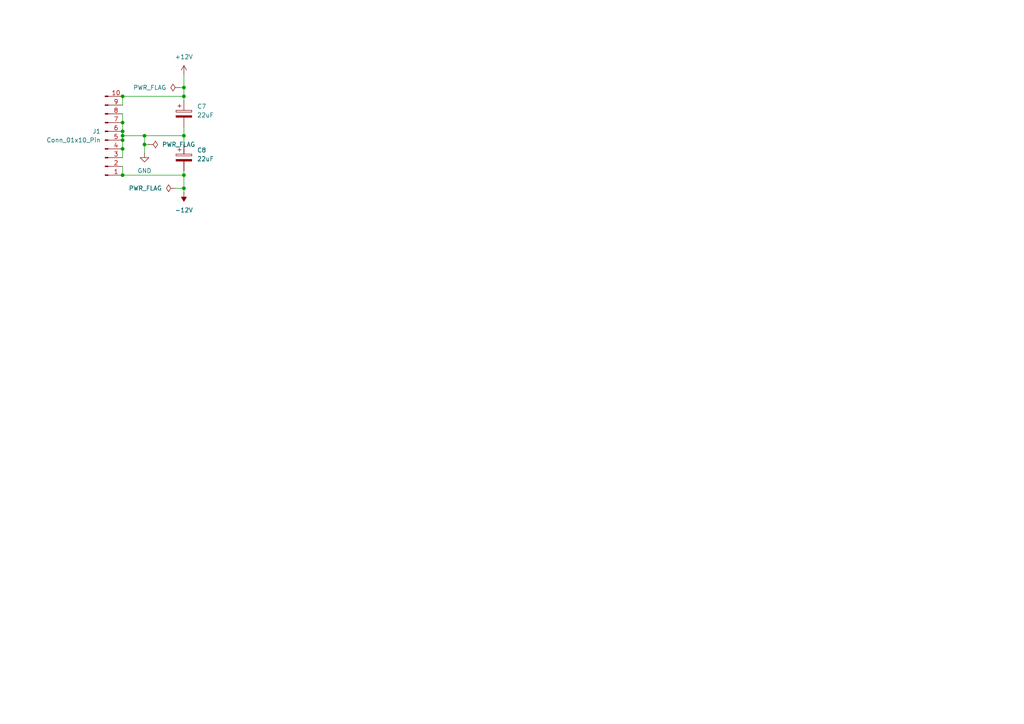
<source format=kicad_sch>
(kicad_sch (version 20231120) (generator "eeschema") (generator_version "8.0")
  (paper "A4")
  (lib_symbols
    (symbol "+12V_1" (power) (pin_numbers hide) (pin_names (offset 0) hide)
      (property "Value" "+12V" (at 0 3.556 0))
      (symbol "+12V_1_0_1"
        (polyline (pts (xy -0.762 1.27) (xy 0 2.54)))
        (polyline (pts (xy 0 0) (xy 0 2.54)))
        (polyline (pts (xy 0 2.54) (xy 0.762 1.27)))
      )
      (symbol "+12V_1_1_1"
        (pin power_in line (at 0 0 90) (length 0) (name "~") (number "1"))
      )
    )
    (symbol "-12V_1" (power) (pin_numbers hide) (pin_names (offset 0) hide)
      (property "Value" "-12V" (at 0 3.556 0))
      (symbol "-12V_1_0_0"
        (pin power_in line (at 0 0 90) (length 0) (name "~") (number "1"))
      )
      (symbol "-12V_1_0_1"
        (polyline (pts (xy 0 0) (xy 0 1.27) (xy 0.762 1.27) (xy 0 2.54) (xy -0.762 1.27) (xy 0 1.27)) (fill (type outline)))
      )
    )
    (symbol "Connector:Conn_01x10_Pin" (pin_names (offset 1.016) hide)
      (property "Reference" "J" (at 0 12.7 0))
      (property "Value" "Conn_01x10_Pin" (at 0 -15.24 0))
      (symbol "Conn_01x10_Pin_1_1"
        (polyline (pts (xy 1.27 -12.7) (xy 0.8636 -12.7)) (stroke (width 0.1524)))
        (polyline (pts (xy 1.27 -10.16) (xy 0.8636 -10.16)) (stroke (width 0.1524)))
        (polyline (pts (xy 1.27 -7.62) (xy 0.8636 -7.62)) (stroke (width 0.1524)))
        (polyline (pts (xy 1.27 -5.08) (xy 0.8636 -5.08)) (stroke (width 0.1524)))
        (polyline (pts (xy 1.27 -2.54) (xy 0.8636 -2.54)) (stroke (width 0.1524)))
        (polyline (pts (xy 1.27 0) (xy 0.8636 0)) (stroke (width 0.1524)))
        (polyline (pts (xy 1.27 2.54) (xy 0.8636 2.54)) (stroke (width 0.1524)))
        (polyline (pts (xy 1.27 5.08) (xy 0.8636 5.08)) (stroke (width 0.1524)))
        (polyline (pts (xy 1.27 7.62) (xy 0.8636 7.62)) (stroke (width 0.1524)))
        (polyline (pts (xy 1.27 10.16) (xy 0.8636 10.16)) (stroke (width 0.1524)))
        (rectangle (start 0.8636 -12.573) (end 0 -12.827) (stroke (width 0.1524)) (fill (type outline)))
        (rectangle (start 0.8636 -10.033) (end 0 -10.287) (stroke (width 0.1524)) (fill (type outline)))
        (rectangle (start 0.8636 -7.493) (end 0 -7.747) (stroke (width 0.1524)) (fill (type outline)))
        (rectangle (start 0.8636 -4.953) (end 0 -5.207) (stroke (width 0.1524)) (fill (type outline)))
        (rectangle (start 0.8636 -2.413) (end 0 -2.667) (stroke (width 0.1524)) (fill (type outline)))
        (rectangle (start 0.8636 0.127) (end 0 -0.127) (stroke (width 0.1524)) (fill (type outline)))
        (rectangle (start 0.8636 2.667) (end 0 2.413) (stroke (width 0.1524)) (fill (type outline)))
        (rectangle (start 0.8636 5.207) (end 0 4.953) (stroke (width 0.1524)) (fill (type outline)))
        (rectangle (start 0.8636 7.747) (end 0 7.493) (stroke (width 0.1524)) (fill (type outline)))
        (rectangle (start 0.8636 10.287) (end 0 10.033) (stroke (width 0.1524)) (fill (type outline)))
        (pin passive line (at 5.08 10.16 180) (length 3.81) (name "Pin_1") (number "1"))
        (pin passive line (at 5.08 -12.7 180) (length 3.81) (name "Pin_10") (number "10"))
        (pin passive line (at 5.08 7.62 180) (length 3.81) (name "Pin_2") (number "2"))
        (pin passive line (at 5.08 5.08 180) (length 3.81) (name "Pin_3") (number "3"))
        (pin passive line (at 5.08 2.54 180) (length 3.81) (name "Pin_4") (number "4"))
        (pin passive line (at 5.08 0 180) (length 3.81) (name "Pin_5") (number "5"))
        (pin passive line (at 5.08 -2.54 180) (length 3.81) (name "Pin_6") (number "6"))
        (pin passive line (at 5.08 -5.08 180) (length 3.81) (name "Pin_7") (number "7"))
        (pin passive line (at 5.08 -7.62 180) (length 3.81) (name "Pin_8") (number "8"))
        (pin passive line (at 5.08 -10.16 180) (length 3.81) (name "Pin_9") (number "9"))
      )
    )
    (symbol "Device:C_Polarized" (pin_numbers hide) (pin_names (offset 0.254))
      (property "Reference" "C" (at 0.635 2.54 0))
      (property "Value" "C_Polarized" (at 0.635 -2.54 0))
      (symbol "C_Polarized_0_1"
        (rectangle (start -2.286 0.508) (end 2.286 1.016))
        (polyline (pts (xy -1.778 2.286) (xy -0.762 2.286)))
        (polyline (pts (xy -1.27 2.794) (xy -1.27 1.778)))
        (rectangle (start 2.286 -0.508) (end -2.286 -1.016) (fill (type outline)))
      )
      (symbol "C_Polarized_1_1"
        (pin passive line (at 0 3.81 270) (length 2.794) (name "~") (number "1"))
        (pin passive line (at 0 -3.81 90) (length 2.794) (name "~") (number "2"))
      )
    )
    (symbol "PWR_FLAG_1" (power) (pin_numbers hide) (pin_names (offset 0) hide)
      (property "Value" "PWR_FLAG" (at 0 3.81 0))
      (symbol "PWR_FLAG_1_0_0"
        (pin power_out line (at 0 0 90) (length 0) (name "~") (number "1"))
      )
      (symbol "PWR_FLAG_1_0_1"
        (polyline (pts (xy 0 0) (xy 0 1.27) (xy -1.016 1.905) (xy 0 2.54) (xy 1.016 1.905) (xy 0 1.27)))
      )
    )
    (symbol "power:GND" (power) (pin_numbers hide) (pin_names (offset 0) hide)
      (property "Value" "GND" (at 0 -3.81 0))
      (symbol "GND_0_1"
        (polyline (pts (xy 0 0) (xy 0 -1.27) (xy 1.27 -1.27) (xy 0 -2.54) (xy -1.27 -1.27) (xy 0 -1.27)))
      )
      (symbol "GND_1_1"
        (pin power_in line (at 0 0 270) (length 0) (name "~") (number "1"))
      )
    )
  )
  (junction (at 35.56 35.56))
  (junction (at 53.34 27.94))
  (junction (at 53.34 54.61))
  (junction (at 35.56 38.1))
  (junction (at 53.34 39.37))
  (junction (at 41.91 41.91))
  (junction (at 35.56 27.94))
  (junction (at 35.56 39.37))
  (junction (at 35.56 50.8))
  (junction (at 53.34 25.4))
  (junction (at 35.56 43.18))
  (junction (at 41.91 39.37))
  (junction (at 35.56 40.64))
  (junction (at 53.34 50.8))
  (wire (pts (xy 52.07 25.4) (xy 53.34 25.4)))
  (wire (pts (xy 41.91 39.37) (xy 53.34 39.37)))
  (wire (pts (xy 35.56 38.1) (xy 35.56 39.37)))
  (wire (pts (xy 35.56 43.18) (xy 35.56 45.72)))
  (wire (pts (xy 35.56 39.37) (xy 41.91 39.37)))
  (wire (pts (xy 53.34 36.83) (xy 53.34 39.37)))
  (wire (pts (xy 41.91 41.91) (xy 41.91 44.45)))
  (wire (pts (xy 53.34 27.94) (xy 53.34 29.21)))
  (wire (pts (xy 35.56 30.48) (xy 35.56 27.94)))
  (wire (pts (xy 53.34 50.8) (xy 53.34 54.61)))
  (wire (pts (xy 35.56 39.37) (xy 35.56 40.64)))
  (wire (pts (xy 53.34 25.4) (xy 53.34 27.94)))
  (wire (pts (xy 50.8 54.61) (xy 53.34 54.61)))
  (wire (pts (xy 41.91 39.37) (xy 41.91 41.91)))
  (wire (pts (xy 35.56 27.94) (xy 53.34 27.94)))
  (wire (pts (xy 53.34 54.61) (xy 53.34 55.88)))
  (wire (pts (xy 41.91 41.91) (xy 43.18 41.91)))
  (wire (pts (xy 35.56 50.8) (xy 53.34 50.8)))
  (wire (pts (xy 35.56 50.8) (xy 35.56 48.26)))
  (wire (pts (xy 35.56 40.64) (xy 35.56 43.18)))
  (wire (pts (xy 53.34 49.53) (xy 53.34 50.8)))
  (wire (pts (xy 35.56 33.02) (xy 35.56 35.56)))
  (wire (pts (xy 53.34 39.37) (xy 53.34 41.91)))
  (wire (pts (xy 53.34 21.59) (xy 53.34 25.4)))
  (wire (pts (xy 35.56 35.56) (xy 35.56 38.1)))
  (symbol (lib_id "Device:C_Polarized") (at 53.34 45.72 0) (unit 1)
    (property "Reference" "C8" (at 57.15 43.5609 0) (effects (justify left)))
    (property "Value" "22uF" (at 57.15 46.1009 0) (effects (justify left)))
    (property "Footprint" "Capacitor_SMD:CP_Elec_6.3x4.5" (effects (hide yes)))
    (property "Description" "Polarized capacitor" (effects (hide yes)))
  )
  (symbol (lib_name "+12V_1") (lib_id "power:+12V") (at 53.34 21.59 0) (unit 1)
    (property "Reference" "#PWR023" (effects (hide yes)))
    (property "Value" "+12V" (at 53.34 16.51 0))
    (property "Description" "Power symbol creates a global label with name \"+12V\"" (effects (hide yes)))
  )
  (symbol (lib_id "Device:C_Polarized") (at 53.34 33.02 0) (unit 1)
    (property "Reference" "C7" (at 57.15 30.8609 0) (effects (justify left)))
    (property "Value" "22uF" (at 57.15 33.4009 0) (effects (justify left)))
    (property "Footprint" "Capacitor_SMD:CP_Elec_6.3x4.5" (effects (hide yes)))
    (property "Description" "Polarized capacitor" (effects (hide yes)))
  )
  (symbol (lib_name "PWR_FLAG_1") (lib_id "power:PWR_FLAG") (at 50.8 54.61 90) (unit 1)
    (property "Reference" "#FLG02" (effects (hide yes)))
    (property "Value" "PWR_FLAG" (at 46.99 54.6099 90) (effects (justify left)))
    (property "Description" "Special symbol for telling ERC where power comes from" (effects (hide yes)))
  )
  (symbol (lib_name "PWR_FLAG_1") (lib_id "power:PWR_FLAG") (at 52.07 25.4 90) (unit 1)
    (property "Reference" "#FLG03" (effects (hide yes)))
    (property "Value" "PWR_FLAG" (at 48.26 25.3999 90) (effects (justify left)))
    (property "Description" "Special symbol for telling ERC where power comes from" (effects (hide yes)))
  )
  (symbol (lib_name "PWR_FLAG_1") (lib_id "power:PWR_FLAG") (at 43.18 41.91 270) (unit 1)
    (property "Reference" "#FLG01" (effects (hide yes)))
    (property "Value" "PWR_FLAG" (at 46.99 41.9099 90) (effects (justify left)))
    (property "Description" "Special symbol for telling ERC where power comes from" (effects (hide yes)))
  )
  (symbol (lib_id "Connector:Conn_01x10_Pin") (at 30.48 40.64 0) (mirror x) (unit 1)
    (property "Reference" "J1" (at 29.21 38.0999 0) (effects (justify right)))
    (property "Value" "Conn_01x10_Pin" (at 29.21 40.6399 0) (effects (justify right)))
    (property "Footprint" "Connector_IDC:IDC-Header_2x05_P2.54mm_Vertical" (effects (hide yes)))
    (property "Description" "Generic connector, single row, 01x10, script generated" (effects (hide yes)))
  )
  (symbol (lib_name "-12V_1") (lib_id "power:-12V") (at 53.34 55.88 180) (unit 1)
    (property "Reference" "#PWR024" (effects (hide yes)))
    (property "Value" "-12V" (at 53.34 60.96 0))
    (property "Description" "Power symbol creates a global label with name \"-12V\"" (effects (hide yes)))
  )
  (symbol (lib_id "power:GND") (at 41.91 44.45 0) (unit 1)
    (property "Reference" "#PWR022" (effects (hide yes)))
    (property "Value" "GND" (at 41.91 49.53 0))
    (property "Description" "Power symbol creates a global label with name \"GND\" , ground" (effects (hide yes)))
  )
)
</source>
